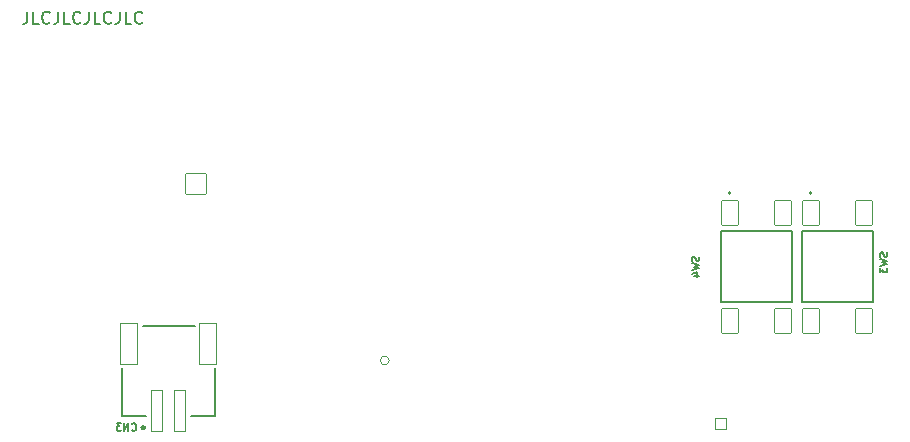
<source format=gbo>
G04 #@! TF.GenerationSoftware,KiCad,Pcbnew,(6.0.0)*
G04 #@! TF.CreationDate,2022-02-07T18:43:46-08:00*
G04 #@! TF.ProjectId,LightsProject_Rev_C,4c696768-7473-4507-926f-6a6563745f52,rev?*
G04 #@! TF.SameCoordinates,Original*
G04 #@! TF.FileFunction,Legend,Bot*
G04 #@! TF.FilePolarity,Positive*
%FSLAX46Y46*%
G04 Gerber Fmt 4.6, Leading zero omitted, Abs format (unit mm)*
G04 Created by KiCad (PCBNEW (6.0.0)) date 2022-02-07 18:43:46*
%MOMM*%
%LPD*%
G01*
G04 APERTURE LIST*
G04 Aperture macros list*
%AMRoundRect*
0 Rectangle with rounded corners*
0 $1 Rounding radius*
0 $2 $3 $4 $5 $6 $7 $8 $9 X,Y pos of 4 corners*
0 Add a 4 corners polygon primitive as box body*
4,1,4,$2,$3,$4,$5,$6,$7,$8,$9,$2,$3,0*
0 Add four circle primitives for the rounded corners*
1,1,$1+$1,$2,$3*
1,1,$1+$1,$4,$5*
1,1,$1+$1,$6,$7*
1,1,$1+$1,$8,$9*
0 Add four rect primitives between the rounded corners*
20,1,$1+$1,$2,$3,$4,$5,0*
20,1,$1+$1,$4,$5,$6,$7,0*
20,1,$1+$1,$6,$7,$8,$9,0*
20,1,$1+$1,$8,$9,$2,$3,0*%
G04 Aperture macros list end*
%ADD10C,0.177800*%
%ADD11C,0.127000*%
%ADD12C,0.120000*%
%ADD13C,0.200000*%
%ADD14C,0.300000*%
%ADD15RoundRect,0.025400X-0.850000X-0.850000X0.850000X-0.850000X0.850000X0.850000X-0.850000X0.850000X0*%
%ADD16O,1.750800X1.750800*%
%ADD17C,2.250800*%
%ADD18C,0.736600*%
%ADD19O,1.350800X2.550800*%
%ADD20O,1.350800X3.250800*%
%ADD21RoundRect,0.025400X0.500000X-0.500000X0.500000X0.500000X-0.500000X0.500000X-0.500000X-0.500000X0*%
%ADD22C,1.050800*%
%ADD23RoundRect,0.025400X-0.700000X1.050000X-0.700000X-1.050000X0.700000X-1.050000X0.700000X1.050000X0*%
%ADD24RoundRect,0.025400X0.500000X1.750000X-0.500000X1.750000X-0.500000X-1.750000X0.500000X-1.750000X0*%
%ADD25RoundRect,0.025400X0.750000X1.700000X-0.750000X1.700000X-0.750000X-1.700000X0.750000X-1.700000X0*%
G04 APERTURE END LIST*
D10*
X107422647Y-65382019D02*
X107422647Y-66107733D01*
X107374266Y-66252876D01*
X107277504Y-66349638D01*
X107132361Y-66398019D01*
X107035600Y-66398019D01*
X108390266Y-66398019D02*
X107906457Y-66398019D01*
X107906457Y-65382019D01*
X109309504Y-66301257D02*
X109261123Y-66349638D01*
X109115980Y-66398019D01*
X109019219Y-66398019D01*
X108874076Y-66349638D01*
X108777314Y-66252876D01*
X108728933Y-66156114D01*
X108680552Y-65962590D01*
X108680552Y-65817447D01*
X108728933Y-65623923D01*
X108777314Y-65527161D01*
X108874076Y-65430400D01*
X109019219Y-65382019D01*
X109115980Y-65382019D01*
X109261123Y-65430400D01*
X109309504Y-65478780D01*
X110035219Y-65382019D02*
X110035219Y-66107733D01*
X109986838Y-66252876D01*
X109890076Y-66349638D01*
X109744933Y-66398019D01*
X109648171Y-66398019D01*
X111002838Y-66398019D02*
X110519028Y-66398019D01*
X110519028Y-65382019D01*
X111922076Y-66301257D02*
X111873695Y-66349638D01*
X111728552Y-66398019D01*
X111631790Y-66398019D01*
X111486647Y-66349638D01*
X111389885Y-66252876D01*
X111341504Y-66156114D01*
X111293123Y-65962590D01*
X111293123Y-65817447D01*
X111341504Y-65623923D01*
X111389885Y-65527161D01*
X111486647Y-65430400D01*
X111631790Y-65382019D01*
X111728552Y-65382019D01*
X111873695Y-65430400D01*
X111922076Y-65478780D01*
X112647790Y-65382019D02*
X112647790Y-66107733D01*
X112599409Y-66252876D01*
X112502647Y-66349638D01*
X112357504Y-66398019D01*
X112260742Y-66398019D01*
X113615409Y-66398019D02*
X113131600Y-66398019D01*
X113131600Y-65382019D01*
X114534647Y-66301257D02*
X114486266Y-66349638D01*
X114341123Y-66398019D01*
X114244361Y-66398019D01*
X114099219Y-66349638D01*
X114002457Y-66252876D01*
X113954076Y-66156114D01*
X113905695Y-65962590D01*
X113905695Y-65817447D01*
X113954076Y-65623923D01*
X114002457Y-65527161D01*
X114099219Y-65430400D01*
X114244361Y-65382019D01*
X114341123Y-65382019D01*
X114486266Y-65430400D01*
X114534647Y-65478780D01*
X115260361Y-65382019D02*
X115260361Y-66107733D01*
X115211980Y-66252876D01*
X115115219Y-66349638D01*
X114970076Y-66398019D01*
X114873314Y-66398019D01*
X116227980Y-66398019D02*
X115744171Y-66398019D01*
X115744171Y-65382019D01*
X117147219Y-66301257D02*
X117098838Y-66349638D01*
X116953695Y-66398019D01*
X116856933Y-66398019D01*
X116711790Y-66349638D01*
X116615028Y-66252876D01*
X116566647Y-66156114D01*
X116518266Y-65962590D01*
X116518266Y-65817447D01*
X116566647Y-65623923D01*
X116615028Y-65527161D01*
X116711790Y-65430400D01*
X116856933Y-65382019D01*
X116953695Y-65382019D01*
X117098838Y-65430400D01*
X117147219Y-65478780D01*
D11*
X180216023Y-85767333D02*
X180246261Y-85858047D01*
X180246261Y-86009238D01*
X180216023Y-86069714D01*
X180185785Y-86099952D01*
X180125309Y-86130190D01*
X180064833Y-86130190D01*
X180004357Y-86099952D01*
X179974119Y-86069714D01*
X179943880Y-86009238D01*
X179913642Y-85888285D01*
X179883404Y-85827809D01*
X179853166Y-85797571D01*
X179792690Y-85767333D01*
X179732214Y-85767333D01*
X179671738Y-85797571D01*
X179641500Y-85827809D01*
X179611261Y-85888285D01*
X179611261Y-86039476D01*
X179641500Y-86130190D01*
X179611261Y-86341857D02*
X180246261Y-86493047D01*
X179792690Y-86614000D01*
X180246261Y-86734952D01*
X179611261Y-86886142D01*
X179611261Y-87067571D02*
X179611261Y-87460666D01*
X179853166Y-87249000D01*
X179853166Y-87339714D01*
X179883404Y-87400190D01*
X179913642Y-87430428D01*
X179974119Y-87460666D01*
X180125309Y-87460666D01*
X180185785Y-87430428D01*
X180216023Y-87400190D01*
X180246261Y-87339714D01*
X180246261Y-87158285D01*
X180216023Y-87097809D01*
X180185785Y-87067571D01*
X116262452Y-100810785D02*
X116292690Y-100841023D01*
X116383404Y-100871261D01*
X116443880Y-100871261D01*
X116534595Y-100841023D01*
X116595071Y-100780547D01*
X116625309Y-100720071D01*
X116655547Y-100599119D01*
X116655547Y-100508404D01*
X116625309Y-100387452D01*
X116595071Y-100326976D01*
X116534595Y-100266500D01*
X116443880Y-100236261D01*
X116383404Y-100236261D01*
X116292690Y-100266500D01*
X116262452Y-100296738D01*
X115990309Y-100871261D02*
X115990309Y-100236261D01*
X115627452Y-100871261D01*
X115627452Y-100236261D01*
X115385547Y-100236261D02*
X114992452Y-100236261D01*
X115204119Y-100478166D01*
X115113404Y-100478166D01*
X115052928Y-100508404D01*
X115022690Y-100538642D01*
X114992452Y-100599119D01*
X114992452Y-100750309D01*
X115022690Y-100810785D01*
X115052928Y-100841023D01*
X115113404Y-100871261D01*
X115294833Y-100871261D01*
X115355309Y-100841023D01*
X115385547Y-100810785D01*
X164297023Y-86123333D02*
X164327261Y-86214047D01*
X164327261Y-86365238D01*
X164297023Y-86425714D01*
X164266785Y-86455952D01*
X164206309Y-86486190D01*
X164145833Y-86486190D01*
X164085357Y-86455952D01*
X164055119Y-86425714D01*
X164024880Y-86365238D01*
X163994642Y-86244285D01*
X163964404Y-86183809D01*
X163934166Y-86153571D01*
X163873690Y-86123333D01*
X163813214Y-86123333D01*
X163752738Y-86153571D01*
X163722500Y-86183809D01*
X163692261Y-86244285D01*
X163692261Y-86395476D01*
X163722500Y-86486190D01*
X163692261Y-86697857D02*
X164327261Y-86849047D01*
X163873690Y-86970000D01*
X164327261Y-87090952D01*
X163692261Y-87242142D01*
X163903928Y-87756190D02*
X164327261Y-87756190D01*
X163662023Y-87605000D02*
X164115595Y-87453809D01*
X164115595Y-87846904D01*
D12*
X138064876Y-94925407D02*
G75*
G03*
X138064876Y-94925407I-381000J0D01*
G01*
D11*
X173022000Y-89995000D02*
X173022000Y-83995000D01*
X179022000Y-89995000D02*
X179022000Y-83995000D01*
X179022000Y-83995000D02*
X173022000Y-83995000D01*
X173022000Y-89995000D02*
X179022000Y-89995000D01*
D13*
X173822000Y-80745000D02*
G75*
G03*
X173822000Y-80745000I-100000J0D01*
G01*
D11*
X123330000Y-99593000D02*
X121280000Y-99593000D01*
X115430000Y-99593000D02*
X115430000Y-95593000D01*
X117480000Y-99593000D02*
X115430000Y-99593000D01*
X117180000Y-91993000D02*
X121580000Y-91993000D01*
X123330000Y-95593000D02*
X123330000Y-99593000D01*
D14*
X117330000Y-100593000D02*
G75*
G03*
X117330000Y-100593000I-100000J0D01*
G01*
D11*
X166164000Y-89995000D02*
X166164000Y-83995000D01*
X172164000Y-89995000D02*
X172164000Y-83995000D01*
X172164000Y-83995000D02*
X166164000Y-83995000D01*
X166164000Y-89995000D02*
X172164000Y-89995000D01*
D13*
X166964000Y-80745000D02*
G75*
G03*
X166964000Y-80745000I-100000J0D01*
G01*
%LPC*%
D15*
X121666000Y-80020000D03*
D16*
X121666000Y-82560000D03*
X121666000Y-85100000D03*
X121666000Y-87640000D03*
D17*
X177437720Y-60842296D03*
D18*
X140463876Y-96065407D03*
X141313876Y-96065407D03*
X142163876Y-96065407D03*
X143013876Y-96065407D03*
X143863877Y-96065407D03*
X144713875Y-96065407D03*
X145563876Y-96065407D03*
X146413877Y-96065407D03*
X146413877Y-97415407D03*
X145563876Y-97415407D03*
X144713875Y-97415407D03*
X143863877Y-97415407D03*
X143013876Y-97415407D03*
X142163876Y-97415407D03*
X141313876Y-97415407D03*
X140463876Y-97415407D03*
D19*
X139118875Y-100715408D03*
D20*
X139118875Y-96565406D03*
D19*
X147758875Y-100715408D03*
D20*
X147758875Y-96565406D03*
D17*
X177437720Y-98842297D03*
X109437703Y-98842297D03*
X109437703Y-60842296D03*
D21*
X166116000Y-100290000D03*
D22*
X166116000Y-99040000D03*
X166116000Y-97790000D03*
X166116000Y-96540000D03*
X166116000Y-95290000D03*
D23*
X173772000Y-82445000D03*
X173772000Y-91545000D03*
X178272000Y-82445000D03*
X178272000Y-91545000D03*
D24*
X118380000Y-99243000D03*
X120380000Y-99243000D03*
D25*
X122730001Y-93492999D03*
X116029999Y-93492999D03*
D23*
X166914000Y-82445000D03*
X166914000Y-91545000D03*
X171414000Y-82445000D03*
X171414000Y-91545000D03*
M02*

</source>
